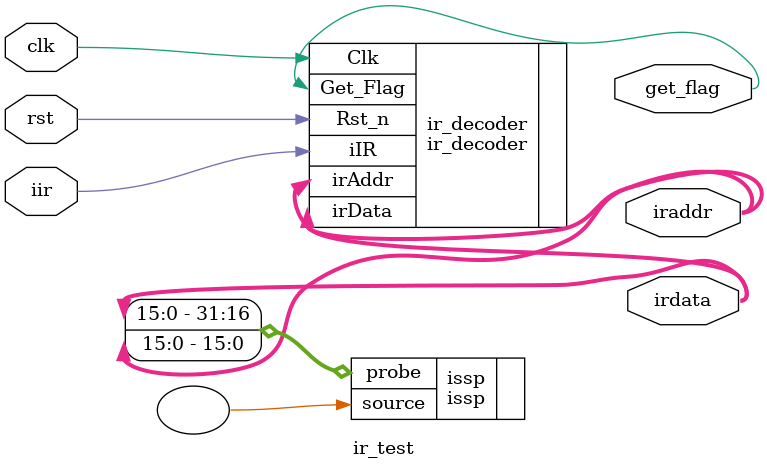
<source format=v>
module ir_test(
	clk,
	rst,
	iir,
	irdata,
	iraddr,
	get_flag
);

input clk;
input rst;
input iir;
output [15:0]irdata;
output [15:0]iraddr;
output get_flag;


ir_decoder ir_decoder(
	.Clk(clk),
	.Rst_n(rst),
	.iIR(iir),
	.irData(irdata),
	.irAddr(iraddr),
	.Get_Flag(get_flag)
);

issp	issp (
	.probe ( {irdata,iraddr} ),
	.source (  )
	);

endmodule



</source>
